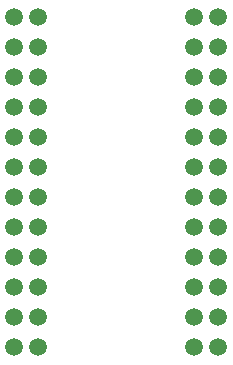
<source format=gbl>
%TF.GenerationSoftware,KiCad,Pcbnew,9.0.2*%
%TF.CreationDate,2025-06-27T11:52:32+02:00*%
%TF.ProjectId,ROM 2316 to 2716,524f4d20-3233-4313-9620-746f20323731,V0*%
%TF.SameCoordinates,Original*%
%TF.FileFunction,Copper,L2,Bot*%
%TF.FilePolarity,Positive*%
%FSLAX46Y46*%
G04 Gerber Fmt 4.6, Leading zero omitted, Abs format (unit mm)*
G04 Created by KiCad (PCBNEW 9.0.2) date 2025-06-27 11:52:32*
%MOMM*%
%LPD*%
G01*
G04 APERTURE LIST*
%TA.AperFunction,ComponentPad*%
%ADD10C,1.500000*%
%TD*%
G04 APERTURE END LIST*
D10*
%TO.P,J1,1,Pin_1*%
%TO.N,/VCC*%
X15240000Y0D03*
%TO.P,J1,2,Pin_2*%
%TO.N,/A8*%
X15240000Y-2540000D03*
%TO.P,J1,3,Pin_3*%
%TO.N,/A9*%
X15240000Y-5080000D03*
%TO.P,J1,4,Pin_4*%
%TO.N,/~{CS3}*%
X15240000Y-7620000D03*
%TO.P,J1,5,Pin_5*%
%TO.N,/~{CS1}*%
X15240000Y-10160000D03*
%TO.P,J1,6,Pin_6*%
%TO.N,/A10*%
X15240000Y-12700000D03*
%TO.P,J1,7,Pin_7*%
%TO.N,/~{CS2}*%
X15240000Y-15240000D03*
%TO.P,J1,8,Pin_8*%
%TO.N,/D7*%
X15240000Y-17780000D03*
%TO.P,J1,9,Pin_9*%
%TO.N,/D6*%
X15240000Y-20320000D03*
%TO.P,J1,10,Pin_10*%
%TO.N,/D5*%
X15240000Y-22860000D03*
%TO.P,J1,11,Pin_11*%
%TO.N,/D4*%
X15240000Y-25400000D03*
%TO.P,J1,12,Pin_12*%
%TO.N,/D3*%
X15240000Y-27940000D03*
%TD*%
%TO.P,J3,1,Pin_1*%
%TO.N,/A7*%
X2032000Y0D03*
%TO.P,J3,2,Pin_2*%
%TO.N,/A6*%
X2032000Y-2540000D03*
%TO.P,J3,3,Pin_3*%
%TO.N,/A5*%
X2032000Y-5080000D03*
%TO.P,J3,4,Pin_4*%
%TO.N,/A4*%
X2032000Y-7620000D03*
%TO.P,J3,5,Pin_5*%
%TO.N,/A3*%
X2032000Y-10160000D03*
%TO.P,J3,6,Pin_6*%
%TO.N,/A2*%
X2032000Y-12700000D03*
%TO.P,J3,7,Pin_7*%
%TO.N,/A1*%
X2032000Y-15240000D03*
%TO.P,J3,8,Pin_8*%
%TO.N,/A0*%
X2032000Y-17780000D03*
%TO.P,J3,9,Pin_9*%
%TO.N,/D0*%
X2032000Y-20320000D03*
%TO.P,J3,10,Pin_10*%
%TO.N,/D1*%
X2032000Y-22860000D03*
%TO.P,J3,11,Pin_11*%
%TO.N,/D2*%
X2032000Y-25400000D03*
%TO.P,J3,12,Pin_12*%
%TO.N,/GND*%
X2032000Y-27940000D03*
%TD*%
%TO.P,J2,1,Pin_1*%
%TO.N,/A7*%
X0Y0D03*
%TO.P,J2,2,Pin_2*%
%TO.N,/A6*%
X0Y-2540000D03*
%TO.P,J2,3,Pin_3*%
%TO.N,/A5*%
X0Y-5080000D03*
%TO.P,J2,4,Pin_4*%
%TO.N,/A4*%
X0Y-7620000D03*
%TO.P,J2,5,Pin_5*%
%TO.N,/A3*%
X0Y-10160000D03*
%TO.P,J2,6,Pin_6*%
%TO.N,/A2*%
X0Y-12700000D03*
%TO.P,J2,7,Pin_7*%
%TO.N,/A1*%
X0Y-15240000D03*
%TO.P,J2,8,Pin_8*%
%TO.N,/A0*%
X0Y-17780000D03*
%TO.P,J2,9,Pin_9*%
%TO.N,/D0*%
X0Y-20320000D03*
%TO.P,J2,10,Pin_10*%
%TO.N,/D1*%
X0Y-22860000D03*
%TO.P,J2,11,Pin_11*%
%TO.N,/D2*%
X0Y-25400000D03*
%TO.P,J2,12,Pin_12*%
%TO.N,/GND*%
X0Y-27940000D03*
%TD*%
%TO.P,J4,1,Pin_1*%
%TO.N,/VCC*%
X17272000Y0D03*
%TO.P,J4,2,Pin_2*%
%TO.N,/A8*%
X17272000Y-2540000D03*
%TO.P,J4,3,Pin_3*%
%TO.N,/A9*%
X17272000Y-5080000D03*
%TO.P,J4,4,Pin_4*%
%TO.N,/VCC*%
X17272000Y-7620000D03*
%TO.P,J4,5,Pin_5*%
%TO.N,/~{CS1}*%
X17272000Y-10160000D03*
%TO.P,J4,6,Pin_6*%
%TO.N,/A10*%
X17272000Y-12700000D03*
%TO.P,J4,7,Pin_7*%
%TO.N,Net-(IC1-Y)*%
X17272000Y-15240000D03*
%TO.P,J4,8,Pin_8*%
%TO.N,/D7*%
X17272000Y-17780000D03*
%TO.P,J4,9,Pin_9*%
%TO.N,/D6*%
X17272000Y-20320000D03*
%TO.P,J4,10,Pin_10*%
%TO.N,/D5*%
X17272000Y-22860000D03*
%TO.P,J4,11,Pin_11*%
%TO.N,/D4*%
X17272000Y-25400000D03*
%TO.P,J4,12,Pin_12*%
%TO.N,/D3*%
X17272000Y-27940000D03*
%TD*%
M02*

</source>
